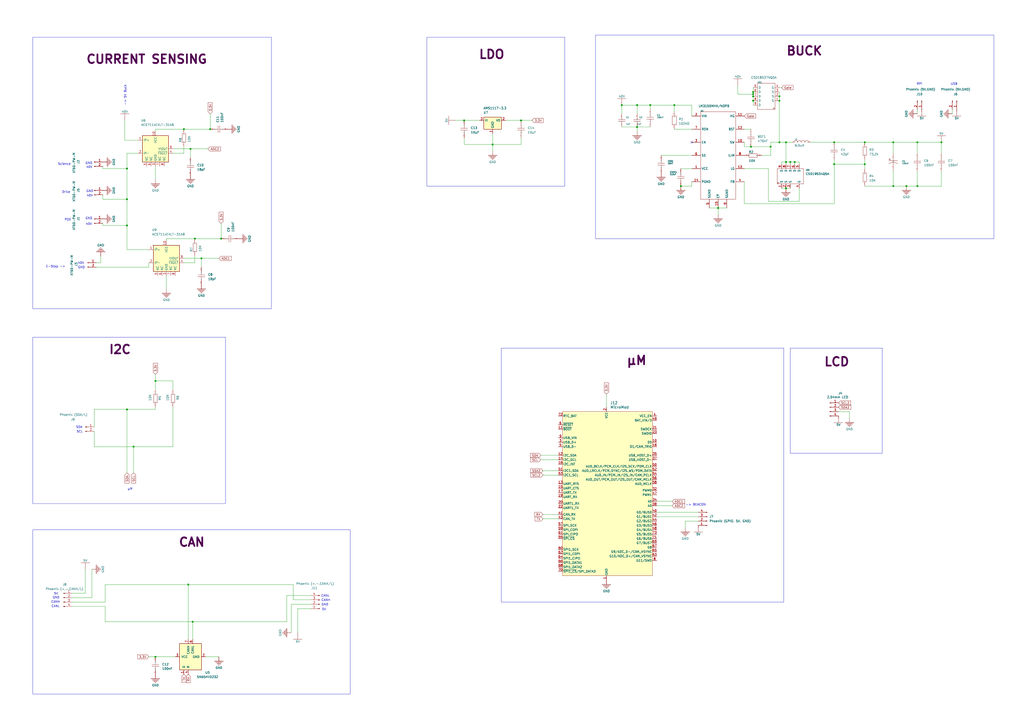
<source format=kicad_sch>
(kicad_sch (version 20231120) (generator "eeschema") (generator_version "8.0")
  (paper "A2")
  (junction (at 501.65 82.55))
  (junction (at 391.16 60.96))
  (junction (at 452.12 55.88))
  (junction (at 452.12 82.55))
  (junction (at 416.56 120.65))
  (junction (at 285.75 83.82))
  (junction (at 501.65 95.25))
  (junction (at 106.68 74.93))
  (junction (at 73.66 130.81))
  (junction (at 436.88 53.34))
  (junction (at 73.66 97.79))
  (junction (at 369.57 73.66))
  (junction (at 436.88 58.42))
  (junction (at 483.87 82.55))
  (junction (at 90.17 381))
  (junction (at 455.93 82.55))
  (junction (at 461.01 93.98))
  (junction (at 518.16 107.95))
  (junction (at 518.16 82.55))
  (junction (at 360.68 60.96))
  (junction (at 90.17 220.98))
  (junction (at 452.12 58.42))
  (junction (at 458.47 93.98))
  (junction (at 436.88 54.61))
  (junction (at 302.26 69.85))
  (junction (at 377.19 60.96))
  (junction (at 128.27 138.43))
  (junction (at 269.24 69.85))
  (junction (at 447.04 85.09))
  (junction (at 455.93 93.98))
  (junction (at 394.97 107.95))
  (junction (at 73.66 237.49))
  (junction (at 111.76 360.68))
  (junction (at 109.22 339.09))
  (junction (at 73.66 115.57))
  (junction (at 532.13 82.55))
  (junction (at 483.87 95.25))
  (junction (at 110.49 86.36))
  (junction (at 532.13 107.95))
  (junction (at 121.92 74.93))
  (junction (at 369.57 60.96))
  (junction (at 436.88 55.88))
  (junction (at 546.1 82.55))
  (junction (at 455.93 109.22))
  (junction (at 525.78 107.95))
  (junction (at 77.47 259.08))
  (junction (at 116.84 149.86))
  (junction (at 435.61 85.09))
  (junction (at 113.03 138.43))
  (no_connect (at 401.32 82.55))
  (wire (pts (xy 116.84 154.94) (xy 116.84 149.86)))
  (wire (pts (xy 59.69 130.81) (xy 73.66 130.81)))
  (wire (pts (xy 60.96 360.68) (xy 60.96 351.79)))
  (wire (pts (xy 532.13 82.55) (xy 532.13 88.9)))
  (wire (pts (xy 518.16 99.06) (xy 518.16 107.95)))
  (wire (pts (xy 427.99 49.53) (xy 427.99 54.61)))
  (wire (pts (xy 54.61 250.19) (xy 54.61 259.08)))
  (wire (pts (xy 436.88 54.61) (xy 427.99 54.61)))
  (wire (pts (xy 73.66 88.9) (xy 73.66 97.79)))
  (wire (pts (xy 73.66 130.81) (xy 73.66 144.78)))
  (wire (pts (xy 455.93 82.55) (xy 455.93 93.98)))
  (wire (pts (xy 96.52 138.43) (xy 96.52 139.7)))
  (wire (pts (xy 285.75 83.82) (xy 302.26 83.82)))
  (wire (pts (xy 59.69 96.52) (xy 59.69 97.79)))
  (wire (pts (xy 60.96 360.68) (xy 111.76 360.68)))
  (wire (pts (xy 90.17 217.17) (xy 90.17 220.98)))
  (wire (pts (xy 55.88 154.94) (xy 86.36 154.94)))
  (wire (pts (xy 113.03 138.43) (xy 128.27 138.43)))
  (wire (pts (xy 518.16 82.55) (xy 532.13 82.55)))
  (wire (pts (xy 436.88 55.88) (xy 436.88 58.42)))
  (wire (pts (xy 90.17 96.52) (xy 90.17 104.14)))
  (wire (pts (xy 106.68 88.9) (xy 100.33 88.9)))
  (wire (pts (xy 532.13 63.5) (xy 532.13 66.04)))
  (wire (pts (xy 313.69 264.16) (xy 323.85 264.16)))
  (wire (pts (xy 483.87 118.11) (xy 431.8 118.11)))
  (wire (pts (xy 452.12 53.34) (xy 452.12 55.88)))
  (wire (pts (xy 41.91 346.71) (xy 53.34 346.71)))
  (wire (pts (xy 285.75 83.82) (xy 285.75 77.47)))
  (wire (pts (xy 59.69 130.81) (xy 59.69 129.54)))
  (wire (pts (xy 369.57 60.96) (xy 377.19 60.96)))
  (wire (pts (xy 391.16 60.96) (xy 391.16 64.77)))
  (wire (pts (xy 492.76 238.76) (xy 492.76 242.57)))
  (wire (pts (xy 59.69 113.03) (xy 59.69 115.57)))
  (wire (pts (xy 80.01 81.28) (xy 72.39 81.28)))
  (wire (pts (xy 518.16 82.55) (xy 518.16 88.9)))
  (wire (pts (xy 90.17 74.93) (xy 90.17 76.2)))
  (wire (pts (xy 518.16 107.95) (xy 501.65 107.95)))
  (wire (pts (xy 41.91 344.17) (xy 49.53 344.17)))
  (wire (pts (xy 532.13 107.95) (xy 546.1 107.95)))
  (wire (pts (xy 463.55 93.98) (xy 461.01 93.98)))
  (wire (pts (xy 452.12 55.88) (xy 452.12 58.42)))
  (wire (pts (xy 455.93 109.22) (xy 458.47 109.22)))
  (wire (pts (xy 483.87 82.55) (xy 469.9 82.55)))
  (wire (pts (xy 180.34 353.06) (xy 172.72 353.06)))
  (wire (pts (xy 168.91 367.03) (xy 168.91 350.52)))
  (wire (pts (xy 86.36 144.78) (xy 73.66 144.78)))
  (wire (pts (xy 121.92 66.04) (xy 121.92 74.93)))
  (wire (pts (xy 53.34 330.2) (xy 53.34 346.71)))
  (wire (pts (xy 60.96 351.79) (xy 41.91 351.79)))
  (wire (pts (xy 389.89 293.37) (xy 381 293.37)))
  (wire (pts (xy 302.26 69.85) (xy 308.61 69.85)))
  (wire (pts (xy 486.41 238.76) (xy 492.76 238.76)))
  (wire (pts (xy 518.16 82.55) (xy 501.65 82.55)))
  (wire (pts (xy 54.61 237.49) (xy 73.66 237.49)))
  (wire (pts (xy 394.97 97.8154) (xy 401.32 97.79)))
  (wire (pts (xy 86.36 154.94) (xy 86.36 152.4)))
  (wire (pts (xy 436.88 53.34) (xy 436.88 54.61)))
  (wire (pts (xy 60.96 339.09) (xy 60.96 349.25)))
  (wire (pts (xy 166.37 345.44) (xy 166.37 360.68)))
  (wire (pts (xy 109.22 339.09) (xy 170.18 339.09)))
  (wire (pts (xy 501.65 92.71) (xy 501.65 95.25)))
  (wire (pts (xy 170.18 347.98) (xy 180.34 347.98)))
  (wire (pts (xy 431.8 85.09) (xy 435.61 85.09)))
  (wire (pts (xy 381 297.18) (xy 405.13 297.18)))
  (wire (pts (xy 73.66 115.57) (xy 73.66 130.81)))
  (wire (pts (xy 314.96 275.59) (xy 323.85 275.59)))
  (wire (pts (xy 416.56 120.65) (xy 411.48 120.65)))
  (wire (pts (xy 435.61 85.09) (xy 447.04 85.09)))
  (wire (pts (xy 455.93 82.55) (xy 452.12 82.55)))
  (wire (pts (xy 458.47 93.98) (xy 455.93 93.98)))
  (wire (pts (xy 377.19 63.5) (xy 377.19 60.96)))
  (wire (pts (xy 436.88 58.42) (xy 436.88 60.96)))
  (wire (pts (xy 483.87 95.25) (xy 483.87 118.11)))
  (wire (pts (xy 431.8 105.41) (xy 431.8 118.11)))
  (wire (pts (xy 269.24 69.85) (xy 278.13 69.85)))
  (wire (pts (xy 463.55 116.84) (xy 445.77 116.84)))
  (wire (pts (xy 59.69 97.79) (xy 73.66 97.79)))
  (wire (pts (xy 96.52 138.43) (xy 113.03 138.43)))
  (wire (pts (xy 381 299.72) (xy 405.13 299.72)))
  (wire (pts (xy 483.87 95.25) (xy 501.65 95.25)))
  (wire (pts (xy 369.57 73.66) (xy 369.57 76.2)))
  (wire (pts (xy 110.49 86.36) (xy 120.65 86.36)))
  (wire (pts (xy 401.32 60.96) (xy 401.32 67.31)))
  (wire (pts (xy 302.26 83.82) (xy 302.26 80.01)))
  (wire (pts (xy 459.74 82.55) (xy 455.93 82.55)))
  (wire (pts (xy 59.69 115.57) (xy 73.66 115.57)))
  (wire (pts (xy 389.89 290.83) (xy 381 290.83)))
  (wire (pts (xy 54.61 259.08) (xy 77.47 259.08)))
  (wire (pts (xy 100.33 220.98) (xy 100.33 226.06)))
  (wire (pts (xy 463.55 93.98) (xy 463.55 95.25)))
  (wire (pts (xy 525.78 107.95) (xy 532.13 107.95)))
  (wire (pts (xy 111.76 360.68) (xy 166.37 360.68)))
  (wire (pts (xy 90.17 237.49) (xy 73.66 237.49)))
  (wire (pts (xy 100.33 236.22) (xy 100.33 259.08)))
  (wire (pts (xy 447.04 85.09) (xy 447.04 82.55)))
  (wire (pts (xy 436.88 50.8) (xy 436.88 53.34)))
  (wire (pts (xy 546.1 107.95) (xy 546.1 99.06)))
  (wire (pts (xy 86.36 381) (xy 90.17 381)))
  (wire (pts (xy 453.39 93.98) (xy 453.39 95.25)))
  (wire (pts (xy 314.96 300.99) (xy 323.85 300.99)))
  (wire (pts (xy 394.97 107.95) (xy 401.32 107.95)))
  (wire (pts (xy 269.24 83.82) (xy 285.75 83.82)))
  (wire (pts (xy 110.49 91.44) (xy 110.49 86.36)))
  (wire (pts (xy 447.04 90.17) (xy 447.04 85.09)))
  (wire (pts (xy 72.39 81.28) (xy 72.39 69.85)))
  (wire (pts (xy 532.13 107.95) (xy 532.13 99.06)))
  (wire (pts (xy 360.68 60.96) (xy 369.57 60.96)))
  (wire (pts (xy 314.96 298.45) (xy 323.85 298.45)))
  (wire (pts (xy 113.03 152.4) (xy 106.68 152.4)))
  (wire (pts (xy 96.52 160.02) (xy 96.52 167.64)))
  (wire (pts (xy 445.77 97.79) (xy 445.77 116.84)))
  (wire (pts (xy 60.96 339.09) (xy 109.22 339.09)))
  (wire (pts (xy 106.68 74.93) (xy 121.92 74.93)))
  (wire (pts (xy 383.5146 90.17) (xy 401.32 90.17)))
  (wire (pts (xy 377.19 60.96) (xy 391.16 60.96)))
  (wire (pts (xy 106.68 149.86) (xy 116.84 149.86)))
  (wire (pts (xy 546.1 82.55) (xy 532.13 82.55)))
  (wire (pts (xy 73.66 88.9) (xy 80.01 88.9)))
  (wire (pts (xy 501.65 95.25) (xy 501.65 97.79)))
  (wire (pts (xy 360.68 60.96) (xy 360.68 66.04)))
  (wire (pts (xy 461.01 93.98) (xy 458.47 93.98)))
  (wire (pts (xy 452.12 58.42) (xy 452.12 82.55)))
  (wire (pts (xy 377.19 73.66) (xy 369.57 73.66)))
  (wire (pts (xy 73.66 97.79) (xy 73.66 115.57)))
  (wire (pts (xy 49.53 330.2) (xy 49.53 344.17)))
  (wire (pts (xy 90.17 220.98) (xy 100.33 220.98)))
  (wire (pts (xy 90.17 74.93) (xy 106.68 74.93)))
  (wire (pts (xy 73.66 237.49) (xy 73.66 274.32)))
  (wire (pts (xy 552.45 63.5) (xy 552.45 66.04)))
  (wire (pts (xy 100.33 86.36) (xy 110.49 86.36)))
  (wire (pts (xy 100.33 259.08) (xy 77.47 259.08)))
  (wire (pts (xy 455.93 93.98) (xy 455.93 95.25)))
  (wire (pts (xy 293.37 69.85) (xy 302.26 69.85)))
  (wire (pts (xy 447.04 82.55) (xy 452.12 82.55)))
  (wire (pts (xy 77.47 259.08) (xy 77.47 274.32)))
  (wire (pts (xy 405.13 302.26) (xy 397.51 302.26)))
  (wire (pts (xy 264.16 69.85) (xy 269.24 69.85)))
  (wire (pts (xy 501.65 82.55) (xy 483.87 82.55)))
  (wire (pts (xy 431.8 85.09) (xy 431.8 82.55)))
  (wire (pts (xy 369.57 66.04) (xy 369.57 60.96)))
  (wire (pts (xy 166.37 345.44) (xy 180.34 345.44)))
  (wire (pts (xy 452.12 50.8) (xy 453.39 50.8)))
  (wire (pts (xy 369.57 73.66) (xy 360.68 73.66)))
  (wire (pts (xy 447.04 90.17) (xy 441.96 90.17)))
  (wire (pts (xy 106.68 85.09) (xy 106.68 88.9)))
  (wire (pts (xy 436.88 54.61) (xy 436.88 55.88)))
  (wire (pts (xy 416.56 120.65) (xy 416.56 124.46)))
  (wire (pts (xy 90.17 220.98) (xy 90.17 226.06)))
  (wire (pts (xy 453.39 109.22) (xy 455.93 109.22)))
  (wire (pts (xy 483.87 92.71) (xy 483.87 95.25)))
  (wire (pts (xy 546.1 82.55) (xy 546.1 88.9)))
  (wire (pts (xy 314.96 273.05) (xy 323.85 273.05)))
  (wire (pts (xy 55.88 152.4) (xy 58.42 152.4)))
  (wire (pts (xy 170.18 339.09) (xy 170.18 347.98)))
  (wire (pts (xy 313.69 266.7) (xy 323.85 266.7)))
  (wire (pts (xy 111.76 360.68) (xy 111.76 370.84)))
  (wire (pts (xy 401.32 74.93) (xy 391.16 74.93)))
  (wire (pts (xy 518.16 107.95) (xy 525.78 107.95)))
  (wire (pts (xy 401.32 60.96) (xy 391.16 60.96)))
  (wire (pts (xy 431.8 74.93) (xy 435.61 74.93)))
  (wire (pts (xy 90.17 381) (xy 101.6 381)))
  (wire (pts (xy 269.24 80.01) (xy 269.24 83.82)))
  (wire (pts (xy 113.03 148.59) (xy 113.03 152.4)))
  (wire (pts (xy 116.84 149.86) (xy 127 149.86)))
  (wire (pts (xy 455.93 93.98) (xy 453.39 93.98)))
  (wire (pts (xy 60.96 349.25) (xy 41.91 349.25)))
  (wire (pts (xy 119.38 381) (xy 127 381)))
  (wire (pts (xy 397.51 302.26) (xy 397.51 306.07)))
  (wire (pts (xy 416.56 120.65) (xy 421.64 120.65)))
  (wire (pts (xy 109.22 339.09) (xy 109.22 370.84)))
  (wire (pts (xy 458.47 93.98) (xy 458.47 95.25)))
  (wire (pts (xy 445.77 97.79) (xy 431.8 97.79)))
  (wire (pts (xy 351.79 228.6) (xy 351.79 236.22)))
  (wire (pts (xy 401.32 107.95) (xy 401.32 105.41)))
  (wire (pts (xy 463.55 116.84) (xy 463.55 109.22)))
  (wire (pts (xy 461.01 93.98) (xy 461.01 95.25)))
  (wire (pts (xy 285.75 83.82) (xy 285.75 87.63)))
  (wire (pts (xy 54.61 237.49) (xy 54.61 247.65)))
  (wire (pts (xy 128.27 129.54) (xy 128.27 138.43)))
  (wire (pts (xy 180.34 350.52) (xy 168.91 350.52)))
  (wire (pts (xy 58.42 148.59) (xy 58.42 152.4)))
  (wire (pts (xy 172.72 367.03) (xy 172.72 353.06)))
  (wire (pts (xy 90.17 236.22) (xy 90.17 237.49)))
  (rectangle (start 19.05 195.58) (end 130.81 292.1))
  (rectangle (start 345.44 20.32) (end 576.58 138.43))
  (rectangle (start 19.05 307.34) (end 203.2 402.59))
  (rectangle (start 458.47 201.93) (end 511.81 262.89))
  (rectangle (start 19.05 21.59) (end 157.48 179.07))
  (rectangle (start 247.65 21.59) (end 327.66 107.95))
  (rectangle (start 290.83 201.93) (end 454.66 349.25))
  (text "GND" (at 52.07 110.998 0) (effects (font (size 1.27 1.27))))
  (text "GND" (at 32.512 346.71 0) (effects (font (size 1.27 1.27))))
  (text "40V" (at 51.562 130.048 0) (effects (font (size 1.27 1.27))))
  (text "I2C" (at 69.596 202.946 0) (effects (font (size 5 5) (bold yes))))
  (text "CANH" (at 188.976 348.234 0) (effects (font (size 1.27 1.27))))
  (text "CURRENT SENSING" (at 85.09 34.544 0) (effects (font (size 5 5) (bold yes))))
  (text "CAN" (at 111.252 314.706 0) (effects (font (size 5 5) (bold yes))))
  (text "5V" (at 187.96 353.568 0) (effects (font (size 1.27 1.27))))
  (text "SCL" (at 46.228 250.444 0) (effects (font (size 1.27 1.27))))
  (text "POE" (at 39.37 127.508 0) (effects (font (size 1.27 1.27))))
  (text "CANL" (at 188.722 345.694 0) (effects (font (size 1.27 1.27))))
  (text "Drive" (at 38.354 111.506 0) (effects (font (size 1.27 1.27))))
  (text "Science" (at 37.338 95.25 0) (effects (font (size 1.27 1.27))))
  (text "E-Stop ->" (at 32.258 154.686 0) (effects (font (size 1.27 1.27))))
  (text "BUCK" (at 466.598 29.718 0) (effects (font (size 5 5) (bold yes))))
  (text "40V" (at 51.816 97.028 0) (effects (font (size 1.27 1.27))))
  (text " -> 5V Buck" (at 72.644 55.626 90) (effects (font (size 1.27 1.27))))
  (text "SDA" (at 45.974 247.904 0) (effects (font (size 1.27 1.27))))
  (text "GND" (at 51.562 126.746 0) (effects (font (size 1.27 1.27))))
  (text "LDO" (at 285.242 31.75 0) (effects (font (size 5 5) (bold yes))))
  (text "40V" (at 52.07 113.538 0) (effects (font (size 1.27 1.27))))
  (text "-> BEACON" (at 403.606 292.862 0) (effects (font (size 1.27 1.27))))
  (text "GND" (at 188.468 350.774 0) (effects (font (size 1.27 1.27))))
  (text "GND" (at 47.244 155.194 0) (effects (font (size 1.27 1.27))))
  (text "CANL" (at 32.258 351.79 0) (effects (font (size 1.27 1.27))))
  (text "40V" (at 46.99 152.654 0) (effects (font (size 1.27 1.27))))
  (text "LCD" (at 485.394 210.058 0) (effects (font (size 5 5) (bold yes))))
  (text "5V" (at 32.512 344.424 0) (effects (font (size 1.27 1.27))))
  (text "CANH" (at 32.258 349.25 0) (effects (font (size 1.27 1.27))))
  (text "µM" (at 75.438 283.718 0) (effects (font (size 1.27 1.27))))
  (text "USB" (at 553.466 48.768 0) (effects (font (size 1.27 1.27))))
  (text "GND" (at 51.562 94.742 0) (effects (font (size 1.27 1.27))))
  (text "µM" (at 369.316 209.296 0) (effects (font (size 5 5) (bold yes))))
  (text "RPI" (at 533.4 48.768 0) (effects (font (size 1.27 1.27))))
  (global_label "RX" (shape input) (at 314.96 298.45 180) (property "Intersheetrefs" "${INTERSHEET_REFS}" (effects (hide yes))))
  (global_label "3.3V" (shape input) (at 121.92 66.04 90) (property "Intersheetrefs" "${INTERSHEET_REFS}" (effects (hide yes))))
  (global_label "SDA2" (shape input) (at 314.96 273.05 180) (property "Intersheetrefs" "${INTERSHEET_REFS}" (effects (hide yes))))
  (global_label "ADC2" (shape input) (at 120.65 86.36 0) (property "Intersheetrefs" "${INTERSHEET_REFS}" (effects (hide yes))))
  (global_label "SCL2" (shape input) (at 486.41 233.68 0) (property "Intersheetrefs" "${INTERSHEET_REFS}" (effects (hide yes))))
  (global_label "3.3V" (shape input) (at 86.36 381 180) (property "Intersheetrefs" "${INTERSHEET_REFS}" (effects (hide yes))))
  (global_label "SCL" (shape input) (at 77.47 274.32 270) (property "Intersheetrefs" "${INTERSHEET_REFS}" (effects (hide yes))))
  (global_label "Gate" (shape input) (at 431.8 67.31 0) (property "Intersheetrefs" "${INTERSHEET_REFS}" (effects (hide yes))))
  (global_label "3.3V" (shape input) (at 128.27 129.54 90) (property "Intersheetrefs" "${INTERSHEET_REFS}" (effects (hide yes))))
  (global_label "SCL" (shape input) (at 313.69 266.7 180) (property "Intersheetrefs" "${INTERSHEET_REFS}" (effects (hide yes))))
  (global_label "3.3V" (shape input) (at 308.61 69.85 0) (property "Intersheetrefs" "${INTERSHEET_REFS}" (effects (hide yes))))
  (global_label "ADC2" (shape input) (at 389.89 293.37 0) (property "Intersheetrefs" "${INTERSHEET_REFS}" (effects (hide yes))))
  (global_label "ADC1" (shape input) (at 389.89 290.83 0) (property "Intersheetrefs" "${INTERSHEET_REFS}" (effects (hide yes))))
  (global_label "RX" (shape input) (at 109.22 391.16 270) (property "Intersheetrefs" "${INTERSHEET_REFS}" (effects (hide yes))))
  (global_label "SDA2" (shape input) (at 486.41 236.22 0) (property "Intersheetrefs" "${INTERSHEET_REFS}" (effects (hide yes))))
  (global_label "TX" (shape input) (at 314.96 300.99 180) (property "Intersheetrefs" "${INTERSHEET_REFS}" (effects (hide yes))))
  (global_label "ADC1" (shape input) (at 127 149.86 0) (property "Intersheetrefs" "${INTERSHEET_REFS}" (effects (hide yes))))
  (global_label "3.3V" (shape input) (at 351.79 228.6 90) (property "Intersheetrefs" "${INTERSHEET_REFS}" (effects (hide yes))))
  (global_label "TX" (shape input) (at 106.68 391.16 270) (property "Intersheetrefs" "${INTERSHEET_REFS}" (effects (hide yes))))
  (global_label "SCL2" (shape input) (at 314.96 275.59 180) (property "Intersheetrefs" "${INTERSHEET_REFS}" (effects (hide yes))))
  (global_label "SDA" (shape input) (at 73.66 274.32 270) (property "Intersheetrefs" "${INTERSHEET_REFS}" (effects (hide yes))))
  (global_label "Gate" (shape input) (at 453.39 50.8 0) (property "Intersheetrefs" "${INTERSHEET_REFS}" (effects (hide yes))))
  (global_label "3.3V" (shape input) (at 90.17 217.17 90) (property "Intersheetrefs" "${INTERSHEET_REFS}" (effects (hide yes))))
  (global_label "SDA" (shape input) (at 313.69 264.16 180) (property "Intersheetrefs" "${INTERSHEET_REFS}" (effects (hide yes))))
  (symbol (lib_id "finalhand-easyedapro:SRR1208-6R5ML") (at 464.82 82.55 0) (unit 1) (on_board no)
    (property "Reference" "L1" (at 461.01 81.28 0) (effects (font (size 0.8382 0.8382)) (justify left bottom)))
    (property "Value" "6.5uH" (at 461.01 85.09 0) (effects (justify left bottom)))
    (property "Footprint" "finalhand-easyedapro:IND-SMD_L12.7-W12.7" (effects (hide yes)))
  )
  (symbol (lib_id "finalhand-easyedapro:CSD19534Q5A") (at 455.93 102.87 90) (unit 1) (on_board no)
    (property "Reference" "LS1" (at 467.36 99.06 90) (effects (font (size 0.8382 0.8382)) (justify right top)))
    (property "Value" "CSD19534Q5A" (at 467.36 101.6 90) (effects (justify right top)))
    (property "Footprint" "finalhand-easyedapro:POWERVDFN-8_L6.0-W5.0-P1.27-BL" (effects (hide yes)))
  )
  (symbol (lib_id "Sensor_Current:ACS711xEXLT-31AB") (at 90.17 86.36 0) (unit 1)
    (property "Reference" "U6" (at 81.788 69.85 0) (effects (justify left)))
    (property "Value" "ACS711xEXLT-31AB" (at 81.788 72.39 0) (effects (justify left)))
    (property "Footprint" "Sensor_Current:Allegro_QFN-12-10-1EP_3x3mm_P0.5mm" (effects (hide yes)))
    (property "Datasheet" "http://www.allegromicro.com/~/Media/Files/Datasheets/ACS711-Datasheet.ashx" (effects (hide yes)))
    (property "Description" "±31A Bidirectional, Hall-Effect Current Sensor, +3.3V supply, 45mV/A, QFN-12" (effects (hide yes)))
  )
  (symbol (lib_id "finalhand-easyedapro:CAP") (at 435.61 80.01 90) (unit 1) (on_board no)
    (property "Reference" "BST1" (at 439.42 80.01 90) (effects (justify right top)))
    (property "Value" "470nF" (at 439.42 82.55 90) (effects (justify right top)))
    (property "Footprint" "finalhand-easyedapro:C0402" (effects (hide yes)))
  )
  (symbol (lib_id "finalhand-easyedapro:GRM21BR71A225KA01L") (at 394.97 102.87 90) (unit 1) (on_board no)
    (property "Reference" "CVCC1" (at 388.62 100.33 90) (effects (font (size 0.8382 0.8382)) (justify right top)))
    (property "Value" "2.2uF" (at 388.62 101.6 90) (effects (font (size 0.8382 0.8382)) (justify right top)))
    (property "Footprint" "finalhand-easyedapro:C0805" (effects (hide yes)))
  )
  (symbol (lib_id "finalhand-easyedapro:Ground-GND") (at 397.51 306.07 0) (unit 1)
    (property "Reference" "#PWR020" (effects (hide yes)))
    (property "Value" "GND" (at 397.51 312.42 0))
    (property "Footprint" "finalhand-easyedapro:" (effects (hide yes)))
    (property "Description" "Power symbol creates a global label with name 'GND'" (effects (hide yes)))
  )
  (symbol (lib_id "finalhand-easyedapro:Ground-GND") (at 90.17 391.16 0) (unit 1)
    (property "Reference" "#PWR013" (effects (hide yes)))
    (property "Value" "GND" (at 90.17 397.51 0))
    (property "Footprint" "finalhand-easyedapro:" (effects (hide yes)))
    (property "Description" "Power symbol creates a global label with name 'GND'" (effects (hide yes)))
  )
  (symbol (lib_id "finalhand-easyedapro:CAP") (at 127 74.93 180) (unit 1)
    (property "Reference" "C11" (at 127 71.12 90) (effects (justify right top)))
    (property "Value" "100nF" (at 129.54 71.12 90) (effects (justify right top)))
    (property "Footprint" "finalhand-easyedapro:C0402" (effects (hide yes)))
  )
  (symbol (lib_id "finalhand-easyedapro:Ground-GND") (at 53.34 330.2 90) (unit 1)
    (property "Reference" "#PWR032" (effects (hide yes)))
    (property "Value" "GND" (at 59.69 330.2 0))
    (property "Footprint" "finalhand-easyedapro:" (effects (hide yes)))
    (property "Description" "Power symbol creates a global label with name 'GND'" (effects (hide yes)))
  )
  (symbol (lib_id "finalhand-easyedapro:Ground-GND") (at 138.43 138.43 90) (unit 1)
    (property "Reference" "#PWR014" (effects (hide yes)))
    (property "Value" "GND" (at 144.78 138.43 0))
    (property "Footprint" "finalhand-easyedapro:" (effects (hide yes)))
    (property "Description" "Power symbol creates a global label with name 'GND'" (effects (hide yes)))
  )
  (symbol (lib_name "Power-VCC_1") (lib_id "finalhand-easyedapro:Power-VCC") (at 49.53 330.2 0) (unit 1)
    (property "Reference" "#PWR033" (effects (hide yes)))
    (property "Value" "5V" (at 49.53 325.12 0))
    (property "Footprint" "finalhand-easyedapro:" (effects (hide yes)))
    (property "Description" "Power symbol creates a global label with name 'VCC'" (effects (hide yes)))
  )
  (symbol (lib_id "finalhand-easyedapro:Ground-GND") (at 532.13 66.04 270) (unit 1)
    (property "Reference" "#PWR042" (effects (hide yes)))
    (property "Value" "GND" (at 525.78 66.04 0))
    (property "Footprint" "finalhand-easyedapro:" (effects (hide yes)))
    (property "Description" "Power symbol creates a global label with name 'GND'" (effects (hide yes)))
  )
  (symbol (lib_id "finalhand-easyedapro:Ground-GND") (at 59.69 93.98 90) (unit 1)
    (property "Reference" "#PWR038" (effects (hide yes)))
    (property "Value" "GND" (at 66.04 93.98 0))
    (property "Footprint" "finalhand-easyedapro:" (effects (hide yes)))
    (property "Description" "Power symbol creates a global label with name 'GND'" (effects (hide yes)))
  )
  (symbol (lib_id "Sensor_Current:ACS711xEXLT-31AB") (at 96.52 149.86 0) (unit 1)
    (property "Reference" "U9" (at 88.138 133.35 0) (effects (justify left)))
    (property "Value" "ACS711xEXLT-31AB" (at 88.138 135.89 0) (effects (justify left)))
    (property "Footprint" "Sensor_Current:Allegro_QFN-12-10-1EP_3x3mm_P0.5mm" (effects (hide yes)))
    (property "Datasheet" "http://www.allegromicro.com/~/Media/Files/Datasheets/ACS711-Datasheet.ashx" (effects (hide yes)))
    (property "Description" "±31A Bidirectional, Hall-Effect Current Sensor, +3.3V supply, 45mV/A, QFN-12" (effects (hide yes)))
  )
  (symbol (lib_id "Regulator_Linear:AMS1117-3.3") (at 285.75 69.85 0) (unit 1)
    (property "Reference" "U7" (at 280.416 65.278 0) (effects (justify left)))
    (property "Value" "AMS1117-3.3" (at 280.416 62.738 0) (effects (justify left)))
    (property "Footprint" "Package_TO_SOT_SMD:SOT-223-3_TabPin2" (effects (hide yes)))
    (property "Datasheet" "http://www.advanced-monolithic.com/pdf/ds1117.pdf" (effects (hide yes)))
    (property "Description" "1A Low Dropout regulator, positive, 3.3V fixed output, SOT-223" (effects (hide yes)))
  )
  (symbol (lib_id "finalhand-easyedapro:Res") (at 501.65 87.63 90) (unit 1) (on_board no)
    (property "Reference" "R3" (at 504.19 87.63 90) (effects (justify right top)))
    (property "Value" "73.2k" (at 504.19 90.17 90) (effects (justify right top)))
    (property "Footprint" "finalhand-easyedapro:R0402" (effects (hide yes)))
  )
  (symbol (lib_id "finalhand-easyedapro:Res") (at 100.33 231.14 270) (unit 1)
    (property "Reference" "R6" (at 102.362 229.362 0) (effects (justify left bottom)))
    (property "Value" "10K" (at 96.52 228.6 0) (effects (justify left bottom)))
    (property "Footprint" "finalhand-easyedapro:R0402" (effects (hide yes)))
  )
  (symbol (lib_id "finalhand-easyedapro:GRM188R72A104KA35D") (at 377.19 68.58 90) (unit 1) (on_board no)
    (property "Reference" "C3" (at 381 67.31 90) (effects (font (size 0.8382 0.8382)) (justify right top)))
    (property "Value" "100nF" (at 381 68.58 90) (effects (font (size 0.8382 0.8382)) (justify right top)))
    (property "Footprint" "finalhand-easyedapro:C0603" (effects (hide yes)))
  )
  (symbol (lib_id "finalhand-easyedapro:CAP") (at 302.26 74.93 90) (unit 1)
    (property "Reference" "C14" (at 306.07 74.93 90) (effects (justify right top)))
    (property "Value" "10µF" (at 306.07 77.47 90) (effects (justify right top)))
    (property "Footprint" "Capacitor_SMD:C_0603_1608Metric" (effects (hide yes)))
  )
  (symbol (lib_id "Connector:Conn_01x02_Pin") (at 50.8 152.4 0) (unit 1)
    (property "Reference" "J3" (at 44.196 152.146 90) (effects (justify right)))
    (property "Value" "XT60-PW-M" (at 41.656 147.828 90) (effects (justify right)))
    (property "Footprint" "Connector_AMASS:AMASS_XT60PW-F_1x02_P7.20mm_Horizontal" (effects (hide yes)))
    (property "Description" "Generic connector, single row, 01x02, script generated" (effects (hide yes)))
  )
  (symbol (lib_id "finalhand-easyedapro:Power-VCC") (at 360.68 60.96 0) (unit 1) (on_board no)
    (property "Reference" "#PWR01" (effects (hide yes)))
    (property "Value" "40V" (at 360.68 55.88 0))
    (property "Footprint" "finalhand-easyedapro:" (effects (hide yes)))
    (property "Description" "Power symbol creates a global label with name 'VCC'" (effects (hide yes)))
  )
  (symbol (lib_id "Connector:Conn_01x02_Pin") (at 49.53 247.65 0) (unit 1)
    (property "Reference" "J9" (at 43.434 243.332 0) (effects (justify right)))
    (property "Value" "Phoenix (SDA/L)" (at 50.8 240.538 0) (effects (justify right)))
    (property "Footprint" "Connector_Phoenix_MC:PhoenixContact_MC_1,5_2-G-3.5_1x02_P3.50mm_Horizontal" (effects (hide yes)))
    (property "Description" "Generic connector, single row, 01x02, script generated" (effects (hide yes)))
  )
  (symbol (lib_id "Connector:Conn_01x04_Pin") (at 185.42 350.52 180) (unit 1)
    (property "Reference" "J11" (at 182.372 341.122 0))
    (property "Value" "Phoenix (+,-,CANH/L)" (at 182.753 338.582 0))
    (property "Footprint" "Connector_Phoenix_MC:PhoenixContact_MC_1,5_4-G-3.5_1x04_P3.50mm_Horizontal" (effects (hide yes)))
    (property "Description" "Generic connector, single row, 01x04, script generated" (effects (hide yes)))
  )
  (symbol (lib_name "Power-VCC_1") (lib_id "finalhand-easyedapro:Power-VCC") (at 534.67 63.5 180) (unit 1)
    (property "Reference" "#PWR041" (effects (hide yes)))
    (property "Value" "5V" (at 534.67 68.58 0))
    (property "Footprint" "finalhand-easyedapro:" (effects (hide yes)))
    (property "Description" "Power symbol creates a global label with name 'VCC'" (effects (hide yes)))
  )
  (symbol (lib_id "finalhand-easyedapro:CAP") (at 483.87 87.63 90) (unit 1) (on_board no)
    (property "Reference" "C4" (at 487.68 87.63 90) (effects (justify right top)))
    (property "Value" "43pF" (at 487.68 90.17 90) (effects (justify right top)))
    (property "Footprint" "finalhand-easyedapro:C0402" (effects (hide yes)))
  )
  (symbol (lib_name "Power-VCC_1") (lib_id "finalhand-easyedapro:Power-VCC") (at 264.16 69.85 90) (unit 1)
    (property "Reference" "#PWR027" (effects (hide yes)))
    (property "Value" "5V" (at 259.08 69.85 0))
    (property "Footprint" "finalhand-easyedapro:" (effects (hide yes)))
    (property "Description" "Power symbol creates a global label with name 'VCC'" (effects (hide yes)))
  )
  (symbol (lib_id "Interface_CAN_LIN:SN65HVD232") (at 109.22 381 90) (unit 1)
    (property "Reference" "U5" (at 120.396 390.144 90))
    (property "Value" "SN65HVD232" (at 120.396 392.684 90))
    (property "Footprint" "Package_SO:SOIC-8_3.9x4.9mm_P1.27mm" (effects (hide yes)))
    (property "Datasheet" "http://www.ti.com/lit/ds/symlink/sn65hvd230.pdf" (effects (hide yes)))
    (property "Description" "CAN Bus Transceivers, 3.3V, 1Mbps, SOIC-8" (effects (hide yes)))
  )
  (symbol (lib_id "finalhand-easyedapro:CSD18537NQ5A") (at 444.5 55.88 180) (unit 1) (on_board no)
    (property "Reference" "HS1" (at 439.42 48.26 0) (effects (font (size 0.8382 0.8382)) (justify right top)))
    (property "Value" "CSD18537NQ5A" (at 435.61 45.72 0) (effects (justify right top)))
    (property "Footprint" "finalhand-easyedapro:DFN-8_L5.9-W5.2-P1.27-LS6.2-BL" (effects (hide yes)))
  )
  (symbol (lib_id "finalhand-easyedapro:Res") (at 113.03 143.51 90) (unit 1)
    (property "Reference" "R7" (at 111.76 146.05 0) (effects (justify left bottom)))
    (property "Value" "10K" (at 116.84 146.05 0) (effects (justify left bottom)))
    (property "Footprint" "finalhand-easyedapro:R0402" (effects (hide yes)))
  )
  (symbol (lib_id "finalhand-easyedapro:Ground-GND") (at 132.08 74.93 90) (unit 1)
    (property "Reference" "#PWR028" (effects (hide yes)))
    (property "Value" "GND" (at 138.43 74.93 0))
    (property "Footprint" "finalhand-easyedapro:" (effects (hide yes)))
    (property "Description" "Power symbol creates a global label with name 'GND'" (effects (hide yes)))
  )
  (symbol (lib_id "finalhand-easyedapro:Ground-GND") (at 59.69 127 90) (unit 1)
    (property "Reference" "#PWR029" (effects (hide yes)))
    (property "Value" "GND" (at 66.04 127 0))
    (property "Footprint" "finalhand-easyedapro:" (effects (hide yes)))
    (property "Description" "Power symbol creates a global label with name 'GND'" (effects (hide yes)))
  )
  (symbol (lib_id "finalhand-easyedapro:Ground-GND") (at 416.56 124.46 0) (unit 1) (on_board no)
    (property "Reference" "#PWR05" (effects (hide yes)))
    (property "Value" "GND" (at 416.56 130.81 0))
    (property "Footprint" "finalhand-easyedapro:" (effects (hide yes)))
    (property "Description" "Power symbol creates a global label with name 'GND'" (effects (hide yes)))
  )
  (symbol (lib_id "finalhand-easyedapro:GRM31CR72A105KA01L") (at 369.57 69.85 90) (unit 1) (on_board no)
    (property "Reference" "C2" (at 370.84 68.58 90) (effects (font (size 0.8382 0.8382)) (justify right top)))
    (property "Value" "1uF" (at 369.57 72.39 90) (effects (font (size 0.8382 0.8382)) (justify right top)))
    (property "Footprint" "finalhand-easyedapro:C1206" (effects (hide yes)))
  )
  (symbol (lib_id "finalhand-easyedapro:Res") (at 436.88 90.17 0) (unit 1) (on_board no)
    (property "Reference" "R2" (at 434.34 88.9 0) (effects (justify left bottom)))
    (property "Value" "10K" (at 434.34 93.98 0) (effects (justify left bottom)))
    (property "Footprint" "finalhand-easyedapro:R0402" (effects (hide yes)))
  )
  (symbol (lib_id "finalhand-easyedapro:CAP") (at 546.1 93.98 90) (unit 1) (on_board no)
    (property "Reference" "C7" (at 549.91 93.98 90) (effects (justify right top)))
    (property "Value" "100nF" (at 549.91 96.52 90) (effects (justify right top)))
    (property "Footprint" "finalhand-easyedapro:C0402" (effects (hide yes)))
  )
  (symbol (lib_id "Connector:Conn_01x02_Pin") (at 534.67 58.42 270) (unit 1)
    (property "Reference" "J10" (at 535.178 54.61 90) (effects (justify right)))
    (property "Value" "Phoenix (5V,GND)" (at 542.544 51.816 90) (effects (justify right)))
    (property "Footprint" "Connector_Phoenix_MC:PhoenixContact_MC_1,5_2-G-3.5_1x02_P3.50mm_Horizontal" (effects (hide yes)))
    (property "Description" "Generic connector, single row, 01x02, script generated" (effects (hide yes)))
  )
  (symbol (lib_id "finalhand-easyedapro:LM3150MHX") (at 416.56 82.55 0) (unit 1) (on_board no)
    (property "Reference" "U1" (at 406.4 64.77 0) (effects (font (size 0.8382 0.8382)) (justify left bottom)))
    (property "Value" "LM3150MHX/NOPB" (at 405.13 62.23 0) (effects (justify left bottom)))
    (property "Footprint" "finalhand-easyedapro:HTSSOP-14_L5.0-W4.4-P0.65-LS6.4-BL-EP" (effects (hide yes)))
  )
  (symbol (lib_id "finalhand-easyedapro:Ground-GND") (at 285.75 87.63 0) (unit 1)
    (property "Reference" "#PWR015" (effects (hide yes)))
    (property "Value" "GND" (at 285.75 93.98 0))
    (property "Footprint" "finalhand-easyedapro:" (effects (hide yes)))
    (property "Description" "Power symbol creates a global label with name 'GND'" (effects (hide yes)))
  )
  (symbol (lib_id "finalhand-easyedapro:CAP") (at 269.24 74.93 90) (unit 1)
    (property "Reference" "C13" (at 273.05 74.93 90) (effects (justify right top)))
    (property "Value" "10µF" (at 273.05 77.47 90) (effects (justify right top)))
    (property "Footprint" "Capacitor_SMD:C_0603_1608Metric" (effects (hide yes)))
  )
  (symbol (lib_id "finalhand-easyedapro:Ground-GND") (at 96.52 167.64 0) (unit 1)
    (property "Reference" "#PWR016" (effects (hide yes)))
    (property "Value" "GND" (at 96.52 173.99 0))
    (property "Footprint" "finalhand-easyedapro:" (effects (hide yes)))
    (property "Description" "Power symbol creates a global label with name 'GND'" (effects (hide yes)))
  )
  (symbol (lib_id "Micromod Connector:MicroMod") (at 335.28 241.3 0) (unit 1)
    (property "Reference" "J12" (at 353.9841 233.68 0) (effects (font (size 1.524 1.524)) (justify left)))
    (property "Value" "MicroMod" (at 353.9841 236.22 0) (effects (font (size 1.524 1.524)) (justify left)))
    (property "Footprint" "M2 Connect:micromod" (effects (hide yes)))
    (property "Datasheet" "https://cdn.sparkfun.com/assets/learn_tutorials/1/2/0/6/SparkFun_MicroMod_Interface_v1.0_-_Pin_Descriptions.pdf" (effects (hide yes)))
    (property "Description" "A microprocessor board mount" (effects (hide yes)))
  )
  (symbol (lib_id "finalhand-easyedapro:Ground-GND") (at 383.54 100.33 0) (unit 1) (on_board no)
    (property "Reference" "#PWR03" (effects (hide yes)))
    (property "Value" "GND" (at 383.54 106.68 0))
    (property "Footprint" "finalhand-easyedapro:" (effects (hide yes)))
    (property "Description" "Power symbol creates a global label with name 'GND'" (effects (hide yes)))
  )
  (symbol (lib_id "Connector:Conn_01x02_Pin") (at 54.61 127 0) (unit 1)
    (property "Reference" "J1" (at 45.466 125.73 90) (effects (justify right)))
    (property "Value" "XT60-PW-M" (at 42.926 121.412 90) (effects (justify right)))
    (property "Footprint" "Connector_AMASS:AMASS_XT60PW-F_1x02_P7.20mm_Horizontal" (effects (hide yes)))
    (property "Description" "Generic connector, single row, 01x02, script generated" (effects (hide yes)))
  )
  (symbol (lib_name "Power-VCC_1") (lib_id "finalhand-easyedapro:Power-VCC") (at 554.99 63.5 180) (unit 1)
    (property "Reference" "#PWR044" (effects (hide yes)))
    (property "Value" "5V" (at 554.99 68.58 0))
    (property "Footprint" "finalhand-easyedapro:" (effects (hide yes)))
    (property "Description" "Power symbol creates a global label with name 'VCC'" (effects (hide yes)))
  )
  (symbol (lib_id "Connector:Conn_01x04_Pin") (at 36.83 346.71 0) (unit 1)
    (property "Reference" "J8" (at 37.465 339.09 0))
    (property "Value" "Phoenix (+,-,CANH/L)" (at 37.465 341.63 0))
    (property "Footprint" "Connector_Phoenix_MC:PhoenixContact_MC_1,5_4-G-3.5_1x04_P3.50mm_Horizontal" (effects (hide yes)))
    (property "Description" "Generic connector, single row, 01x04, script generated" (effects (hide yes)))
  )
  (symbol (lib_id "Connector:Conn_01x04_Pin") (at 481.33 236.22 0) (unit 1)
    (property "Reference" "J4" (at 487.426 228.092 0))
    (property "Value" "2.54mm LCD" (at 485.902 230.378 0))
    (property "Footprint" "TerminalBlock_Phoenix:TerminalBlock_Phoenix_MPT-0,5-4-2.54_1x04_P2.54mm_Horizontal" (effects (hide yes)))
    (property "Description" "Generic connector, single row, 01x04, script generated" (effects (hide yes)))
  )
  (symbol (lib_id "finalhand-easyedapro:Power-VCC") (at 72.39 69.85 0) (unit 1)
    (property "Reference" "#PWR011" (effects (hide yes)))
    (property "Value" "40V" (at 72.39 64.77 0))
    (property "Footprint" "finalhand-easyedapro:" (effects (hide yes)))
    (property "Description" "Power symbol creates a global label with name 'VCC'" (effects (hide yes)))
  )
  (symbol (lib_id "Connector:Conn_01x04_Pin") (at 410.21 302.26 180) (unit 1)
    (property "Reference" "J7" (at 411.48 299.7199 0) (effects (justify right)))
    (property "Value" "Phoenix (GPIO, 5V, GND)" (at 411.48 302.2599 0) (effects (justify right)))
    (property "Footprint" "Connector_Phoenix_MC:PhoenixContact_MC_1,5_4-G-3.5_1x04_P3.50mm_Horizontal" (effects (hide yes)))
    (property "Description" "Generic connector, single row, 01x04, script generated" (effects (hide yes)))
  )
  (symbol (lib_id "Connector:Conn_01x02_Pin") (at 54.61 93.98 0) (unit 1)
    (property "Reference" "J2" (at 45.466 92.71 90) (effects (justify right)))
    (property "Value" "XT60-PW-M" (at 42.926 88.392 90) (effects (justify right)))
    (property "Footprint" "Connector_AMASS:AMASS_XT60-F_1x02_P7.20mm_Vertical" (effects (hide yes)))
    (property "Description" "Generic connector, single row, 01x02, script generated" (effects (hide yes)))
  )
  (symbol (lib_id "finalhand-easyedapro:Ground-GND") (at 351.79 336.55 0) (unit 1)
    (property "Reference" "#PWR021" (effects (hide yes)))
    (property "Value" "GND" (at 351.79 342.9 0))
    (property "Footprint" "finalhand-easyedapro:" (effects (hide yes)))
    (property "Description" "Power symbol creates a global label with name 'GND'" (effects (hide yes)))
  )
  (symbol (lib_id "finalhand-easyedapro:Ground-GND") (at 168.91 367.03 270) (unit 1)
    (property "Reference" "#PWR037" (effects (hide yes)))
    (property "Value" "GND" (at 162.56 367.03 0))
    (property "Footprint" "finalhand-easyedapro:" (effects (hide yes)))
    (property "Description" "Power symbol creates a global label with name 'GND'" (effects (hide yes)))
  )
  (symbol (lib_id "finalhand-easyedapro:Ground-GND") (at 110.49 101.6 0) (unit 1)
    (property "Reference" "#PWR025" (effects (hide yes)))
    (property "Value" "GND" (at 110.49 107.95 0))
    (property "Footprint" "finalhand-easyedapro:" (effects (hide yes)))
    (property "Description" "Power symbol creates a global label with name 'GND'" (effects (hide yes)))
  )
  (symbol (lib_name "Power-VCC_1") (lib_id "finalhand-easyedapro:Power-VCC") (at 486.41 241.3 180) (unit 1)
    (property "Reference" "#PWR022" (effects (hide yes)))
    (property "Value" "5V" (at 486.41 246.38 0))
    (property "Footprint" "finalhand-easyedapro:" (effects (hide yes)))
    (property "Description" "Power symbol creates a global label with name 'VCC'" (effects (hide yes)))
  )
  (symbol (lib_id "finalhand-easyedapro:GRM2195C1H153JA01D") (at 383.5146 95.25 90) (unit 1) (on_board no)
    (property "Reference" "CSS1" (at 387.3246 93.98 90) (effects (font (size 0.8382 0.8382)) (justify right top)))
    (property "Value" "15nF" (at 387.3246 95.25 90) (effects (font (size 0.8382 0.8382)) (justify right top)))
    (property "Footprint" "finalhand-easyedapro:C0805" (effects (hide yes)))
  )
  (symbol (lib_id "finalhand-easyedapro:CAP") (at 116.84 160.02 90) (unit 1)
    (property "Reference" "C8" (at 120.65 160.02 90) (effects (justify right top)))
    (property "Value" "18pF" (at 120.65 162.56 90) (effects (justify right top)))
    (property "Footprint" "Capacitor_SMD:C_0603_1608Metric" (effects (hide yes)))
  )
  (symbol (lib_id "finalhand-easyedapro:Power-VCC") (at 427.99 49.53 0) (unit 1) (on_board no)
    (property "Reference" "#PWR06" (effects (hide yes)))
    (property "Value" "40V" (at 427.99 44.45 0))
    (property "Footprint" "finalhand-easyedapro:" (effects (hide yes)))
    (property "Description" "Power symbol creates a global label with name 'VCC'" (effects (hide yes)))
  )
  (symbol (lib_id "finalhand-easyedapro:Ground-GND") (at 492.76 242.57 0) (unit 1)
    (property "Reference" "#PWR018" (effects (hide yes)))
    (property "Value" "GND" (at 492.76 248.92 0))
    (property "Footprint" "finalhand-easyedapro:" (effects (hide yes)))
    (property "Description" "Power symbol creates a global label with name 'GND'" (effects (hide yes)))
  )
  (symbol (lib_id "finalhand-easyedapro:CAP") (at 532.13 93.98 90) (unit 1) (on_board no)
    (property "Reference" "C6" (at 535.94 93.98 90) (effects (justify right top)))
    (property "Value" "100nF" (at 535.94 96.52 90) (effects (justify right top)))
    (property "Footprint" "finalhand-easyedapro:C0402" (effects (hide yes)))
  )
  (symbol (lib_id "finalhand-easyedapro:Res") (at 106.68 80.01 90) (unit 1)
    (property "Reference" "R8" (at 105.41 82.55 0) (effects (justify left bottom)))
    (property "Value" "10K" (at 110.49 82.55 0) (effects (justify left bottom)))
    (property "Footprint" "finalhand-easyedapro:R0402" (effects (hide yes)))
  )
  (symbol (lib_id "Connector:Conn_01x02_Pin") (at 554.99 58.42 270) (unit 1)
    (property "Reference" "J6" (at 555.498 54.61 90) (effects (justify right)))
    (property "Value" "Phoenix (5V,GND)" (at 562.864 51.816 90) (effects (justify right)))
    (property "Footprint" "Connector_Phoenix_MC:PhoenixContact_MC_1,5_2-G-3.5_1x02_P3.50mm_Horizontal" (effects (hide yes)))
    (property "Description" "Generic connector, single row, 01x02, script generated" (effects (hide yes)))
  )
  (symbol (lib_id "finalhand-easyedapro:Ground-GND") (at 127 381 0) (unit 1)
    (property "Reference" "#PWR019" (effects (hide yes)))
    (property "Value" "GND" (at 127 387.35 0))
    (property "Footprint" "finalhand-easyedapro:" (effects (hide yes)))
    (property "Description" "Power symbol creates a global label with name 'GND'" (effects (hide yes)))
  )
  (symbol (lib_id "finalhand-easyedapro:Ground-GND") (at 552.45 66.04 270) (unit 1)
    (property "Reference" "#PWR043" (effects (hide yes)))
    (property "Value" "GND" (at 546.1 66.04 0))
    (property "Footprint" "finalhand-easyedapro:" (effects (hide yes)))
    (property "Description" "Power symbol creates a global label with name 'GND'" (effects (hide yes)))
  )
  (symbol (lib_id "finalhand-easyedapro:GRM31CR72A105KA01L") (at 360.68 69.85 90) (unit 1) (on_board no)
    (property "Reference" "C1" (at 363.22 68.58 90) (effects (font (size 0.8382 0.8382)) (justify right top)))
    (property "Value" "1uF" (at 363.22 72.39 90) (effects (font (size 0.8382 0.8382)) (justify right top)))
    (property "Footprint" "finalhand-easyedapro:C1206" (effects (hide yes)))
  )
  (symbol (lib_id "finalhand-easyedapro:Ground-GND") (at 116.84 165.1 0) (unit 1)
    (property "Reference" "#PWR012" (effects (hide yes)))
    (property "Value" "GND" (at 116.84 171.45 0))
    (property "Footprint" "finalhand-easyedapro:" (effects (hide yes)))
    (property "Description" "Power symbol creates a global label with name 'GND'" (effects (hide yes)))
  )
  (symbol (lib_id "finalhand-easyedapro:Ground-GND") (at 394.97 107.95 0) (unit 1) (on_board no)
    (property "Reference" "#PWR04" (effects (hide yes)))
    (property "Value" "GND" (at 394.97 114.3 0))
    (property "Footprint" "finalhand-easyedapro:" (effects (hide yes)))
    (property "Description" "Power symbol creates a global label with name 'GND'" (effects (hide yes)))
  )
  (symbol (lib_id "finalhand-easyedapro:CAP") (at 90.17 386.08 90) (unit 1)
    (property "Reference" "C12" (at 93.98 386.08 90) (effects (justify right top)))
    (property "Value" "100nF" (at 93.98 388.62 90) (effects (justify right top)))
    (property "Footprint" "finalhand-easyedapro:C0402" (effects (hide yes)))
  )
  (symbol (lib_name "Power-VCC_1") (lib_id "finalhand-easyedapro:Power-VCC") (at 172.72 367.03 180) (unit 1)
    (property "Reference" "#PWR036" (effects (hide yes)))
    (property "Value" "5V" (at 172.72 372.11 0))
    (property "Footprint" "finalhand-easyedapro:" (effects (hide yes)))
    (property "Description" "Power symbol creates a global label with name 'VCC'" (effects (hide yes)))
  )
  (symbol (lib_id "finalhand-easyedapro:Res") (at 90.17 231.14 270) (unit 1)
    (property "Reference" "R5" (at 91.948 229.616 0) (effects (justify left bottom)))
    (property "Value" "10K" (at 86.36 228.6 0) (effects (justify left bottom)))
    (property "Footprint" "finalhand-easyedapro:R0402" (effects (hide yes)))
  )
  (symbol (lib_id "finalhand-easyedapro:Ground-GND") (at 90.17 104.14 0) (unit 1)
    (property "Reference" "#PWR024" (effects (hide yes)))
    (property "Value" "GND" (at 90.17 110.49 0))
    (property "Footprint" "finalhand-easyedapro:" (effects (hide yes)))
    (property "Description" "Power symbol creates a global label with name 'GND'" (effects (hide yes)))
  )
  (symbol (lib_id "finalhand-easyedapro:EEFCX0J101R") (at 518.16 93.98 270) (unit 1) (on_board no)
    (property "Reference" "C5" (at 523.24 93.98 90) (effects (font (size 0.8382 0.8382)) (justify left bottom)))
    (property "Value" "100uF" (at 523.24 95.25 90) (effects (font (size 0.8382 0.8382)) (justify left bottom)))
    (property "Footprint" "finalhand-easyedapro:CAP-SMD_L7.3-W4.3-R-RD" (effects (hide yes)))
  )
  (symbol (lib_name "Power-VCC_1") (lib_id "finalhand-easyedapro:Power-VCC") (at 405.13 304.8 180) (unit 1)
    (property "Reference" "#PWR031" (effects (hide yes)))
    (property "Value" "5V" (at 405.13 309.88 0))
    (property "Footprint" "finalhand-easyedapro:" (effects (hide yes)))
    (property "Description" "Power symbol creates a global label with name 'VCC'" (effects (hide yes)))
  )
  (symbol (lib_id "Connector:Conn_01x02_Pin") (at 54.61 110.49 0) (unit 1)
    (property "Reference" "J5" (at 45.466 109.22 90) (effects (justify right)))
    (property "Value" "XT60-PW-M" (at 42.926 104.902 90) (effects (justify right)))
    (property "Footprint" "Connector_AMASS:AMASS_XT60PW-F_1x02_P7.20mm_Horizontal" (effects (hide yes)))
    (property "Description" "Generic connector, single row, 01x02, script generated" (effects (hide yes)))
  )
  (symbol (lib_id "finalhand-easyedapro:Ground-GND") (at 525.78 107.95 0) (unit 1) (on_board no)
    (property "Reference" "#PWR08" (effects (hide yes)))
    (property "Value" "GND" (at 525.78 114.3 0))
    (property "Footprint" "finalhand-easyedapro:" (effects (hide yes)))
    (property "Description" "Power symbol creates a global label with name 'GND'" (effects (hide yes)))
  )
  (symbol (lib_id "finalhand-easyedapro:Ground-GND") (at 455.93 109.22 0) (unit 1) (on_board no)
    (property "Reference" "#PWR07" (effects (hide yes)))
    (property "Value" "GND" (at 455.93 115.57 0))
    (property "Footprint" "finalhand-easyedapro:" (effects (hide yes)))
    (property "Description" "Power symbol creates a global label with name 'GND'" (effects (hide yes)))
  )
  (symbol (lib_id "finalhand-easyedapro:Ground-GND") (at 369.57 76.2 0) (unit 1) (on_board no)
    (property "Reference" "#PWR02" (effects (hide yes)))
    (property "Value" "GND" (at 369.57 82.55 0))
    (property "Footprint" "finalhand-easyedapro:" (effects (hide yes)))
    (property "Description" "Power symbol creates a global label with name 'GND'" (effects (hide yes)))
  )
  (symbol (lib_id "finalhand-easyedapro:CAP") (at 133.35 138.43 180) (unit 1)
    (property "Reference" "C9" (at 133.35 134.62 90) (effects (justify right top)))
    (property "Value" "100nF" (at 135.89 134.62 90) (effects (justify right top)))
    (property "Footprint" "finalhand-easyedapro:C0402" (effects (hide yes)))
  )
  (symbol (lib_id "finalhand-easyedapro:CRCW0805102KFKEA") (at 391.16 69.85 90) (unit 1) (on_board no)
    (property "Reference" "R1" (at 393.7 69.85 90) (effects (justify right top)))
    (property "Value" "102kΩ" (at 393.7 72.39 90) (effects (justify right top)))
    (property "Footprint" "finalhand-easyedapro:R0805" (effects (hide yes)))
  )
  (symbol (lib_id "finalhand-easyedapro:Res") (at 501.65 102.87 90) (unit 1) (on_board no)
    (property "Reference" "R4" (at 504.19 102.87 90) (effects (justify right top)))
    (property "Value" "10K" (at 504.19 105.41 90) (effects (justify right top)))
    (property "Footprint" "finalhand-easyedapro:R0402" (effects (hide yes)))
  )
  (symbol (lib_id "finalhand-easyedapro:Ground-GND") (at 58.42 148.59 180) (unit 1)
    (property "Reference" "#PWR010" (effects (hide yes)))
    (property "Value" "GND" (at 58.42 142.24 0))
    (property "Footprint" "finalhand-easyedapro:" (effects (hide yes)))
    (property "Description" "Power symbol creates a global label with name 'GND'" (effects (hide yes)))
  )
  (symbol (lib_name "Power-VCC_1") (lib_id "finalhand-easyedapro:Power-VCC") (at 546.1 82.55 0) (unit 1) (on_board no)
    (property "Reference" "#PWR09" (effects (hide yes)))
    (property "Value" "5V" (at 546.1 77.47 0))
    (property "Footprint" "finalhand-easyedapro:" (effects (hide yes)))
    (property "Description" "Power symbol creates a global label with name 'VCC'" (effects (hide yes)))
  )
  (symbol (lib_id "finalhand-easyedapro:Ground-GND") (at 59.69 110.49 90) (unit 1)
    (property "Reference" "#PWR030" (effects (hide yes)))
    (property "Value" "GND" (at 66.04 110.49 0))
    (property "Footprint" "finalhand-easyedapro:" (effects (hide yes)))
    (property "Description" "Power symbol creates a global label with name 'GND'" (effects (hide yes)))
  )
  (symbol (lib_id "finalhand-easyedapro:CAP") (at 110.49 96.52 90) (unit 1)
    (property "Reference" "C10" (at 114.3 96.52 90) (effects (justify right top)))
    (property "Value" "18pF" (at 114.3 99.06 90) (effects (justify right top)))
    (property "Footprint" "Capacitor_SMD:C_0603_1608Metric" (effects (hide yes)))
  )
)
</source>
